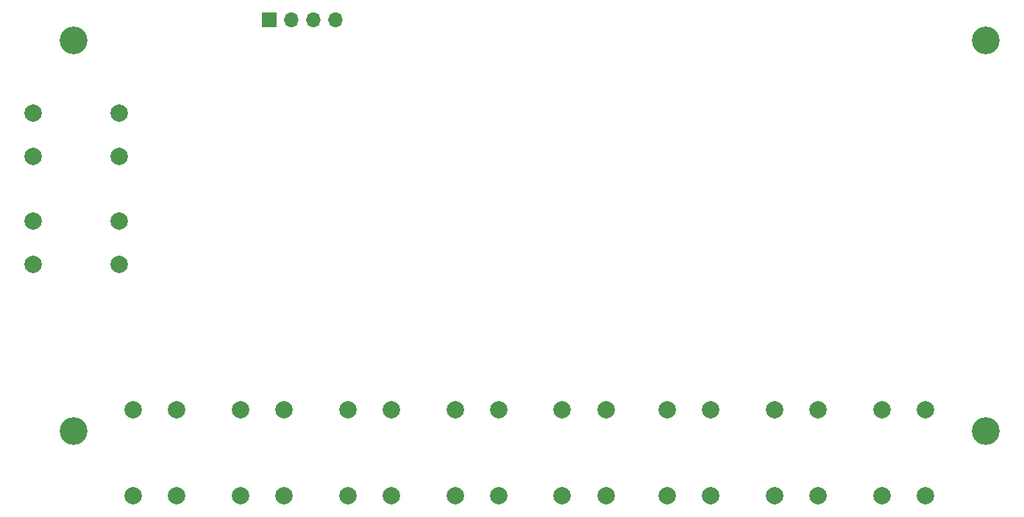
<source format=gbr>
%TF.GenerationSoftware,KiCad,Pcbnew,7.0.2-0*%
%TF.CreationDate,2024-05-03T02:11:47-07:00*%
%TF.ProjectId,EE156_2_Layer,45453135-365f-4325-9f4c-617965722e6b,rev?*%
%TF.SameCoordinates,Original*%
%TF.FileFunction,Soldermask,Bot*%
%TF.FilePolarity,Negative*%
%FSLAX46Y46*%
G04 Gerber Fmt 4.6, Leading zero omitted, Abs format (unit mm)*
G04 Created by KiCad (PCBNEW 7.0.2-0) date 2024-05-03 02:11:47*
%MOMM*%
%LPD*%
G01*
G04 APERTURE LIST*
%ADD10C,2.004000*%
%ADD11C,3.200000*%
%ADD12R,1.700000X1.700000*%
%ADD13O,1.700000X1.700000*%
G04 APERTURE END LIST*
D10*
%TO.C,J6*%
X271800000Y-190517500D03*
X271800000Y-180617500D03*
X266800000Y-190517500D03*
X266800000Y-180617500D03*
%TD*%
%TO.C,J2*%
X205882500Y-151400000D03*
X215782500Y-151400000D03*
X205882500Y-146400000D03*
X215782500Y-146400000D03*
%TD*%
%TO.C,J8*%
X247100000Y-190517500D03*
X247100000Y-180617500D03*
X242100000Y-190517500D03*
X242100000Y-180617500D03*
%TD*%
%TO.C,J9*%
X234750000Y-190517500D03*
X234750000Y-180617500D03*
X229750000Y-190517500D03*
X229750000Y-180617500D03*
%TD*%
%TO.C,J5*%
X283900000Y-190517500D03*
X283900000Y-180617500D03*
X278900000Y-190517500D03*
X278900000Y-180617500D03*
%TD*%
D11*
%TO.C,H3*%
X315500000Y-183000000D03*
%TD*%
D10*
%TO.C,J1*%
X205882500Y-163800000D03*
X215782500Y-163800000D03*
X205882500Y-158800000D03*
X215782500Y-158800000D03*
%TD*%
D11*
%TO.C,H2*%
X315500000Y-138000000D03*
%TD*%
%TO.C,H4*%
X210500000Y-183000000D03*
%TD*%
D10*
%TO.C,J7*%
X259450000Y-190517500D03*
X259450000Y-180617500D03*
X254450000Y-190517500D03*
X254450000Y-180617500D03*
%TD*%
D12*
%TO.C,J14*%
X233100000Y-135600000D03*
D13*
X235640000Y-135600000D03*
X238180000Y-135600000D03*
X240720000Y-135600000D03*
%TD*%
D10*
%TO.C,J3*%
X308600000Y-190517500D03*
X308600000Y-180617500D03*
X303600000Y-190517500D03*
X303600000Y-180617500D03*
%TD*%
%TO.C,J10*%
X222400000Y-190517500D03*
X222400000Y-180617500D03*
X217400000Y-190517500D03*
X217400000Y-180617500D03*
%TD*%
D11*
%TO.C,H1*%
X210500000Y-138000000D03*
%TD*%
D10*
%TO.C,J4*%
X296250000Y-190517500D03*
X296250000Y-180617500D03*
X291250000Y-190517500D03*
X291250000Y-180617500D03*
%TD*%
M02*

</source>
